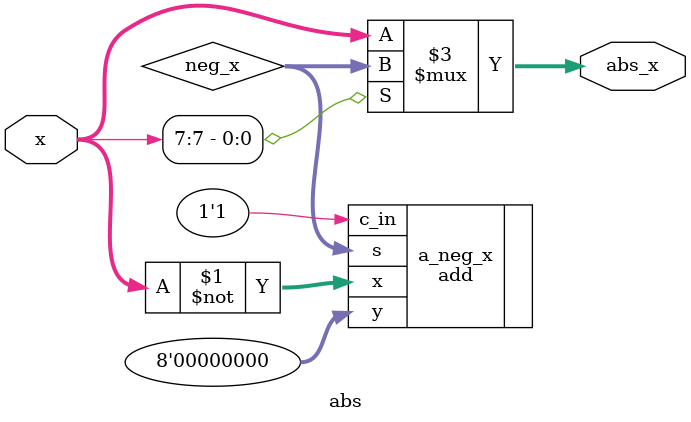
<source format=v>

module ABC (
    soc_x, eoc_x, x, soc_y, eoc_y, y, 
    dav_, rfd, z, 
    clock, reset_
);

input clock, reset_;
    input eoc_x, eoc_y, rfd;
    output soc_x, soc_y, dav_;
    input [7:0] x, y;
    output z;


    wire b4, b3, b2, b1, b0;
    wire c2, c1, c0;

    
    ParteOperativa PO(
     soc_x, eoc_x, x, soc_y, eoc_y, y, 
    dav_, rfd, z, 
    clock, reset_,
    b4, b3, b2, b1, b0,
    c2, c1, c0
);   
    ParteControllo PC (
    clock, reset_,
    b4, b3, b2, b1, b0,
    c2, c1, c0 
    );

endmodule

module ParteOperativa (
    soc_x, eoc_x, x, soc_y, eoc_y, y, 
    dav_, rfd, z, 
    clock, reset_,
    b4, b3, b2, b1, b0,
    c2, c1, c0
);   
    input clock, reset_;
    input eoc_x, eoc_y, rfd;
    output soc_x, soc_y, dav_;
    input [7:0] x, y;
    output z;

    wire result;
    IN_AREA m (
        .x(x), .y(y), .z(result)
    );


    reg SOC, DAV_;
    reg Z;
    assign soc_x = SOC;
    assign soc_y = SOC;
    assign dav_ = DAV_;
    assign z = Z;

    input  b4, b3, b2, b1, b0;
    output  c2, c1, c0;

    assign c0 = (eoc_x | eoc_y);
    assign c1 = (eoc_x & eoc_y);
    assign c2 = rfd;

    always @(reset_ == 0)#1
    SOC = 0;
    always @(posedge clock) if (reset_ == 1)  #3
    casex ({b1, b0})
      'b00:  SOC <= 1;
      'b01: SOC <= 0;
      'b1x: SOC <= SOC;
    endcase

    always @(reset_ == 0)#1
    DAV_ = 1;
    always @(posedge clock) if (reset_ == 1)  #3
    casex ({b3, b2})
      'b00:   DAV_ <= 0;
      'b01:   DAV_ <= 1;
      'b1x:   DAV_ <= DAV_;
    endcase

    always @(posedge clock) if (reset_ == 1)  #3
    casex (b4)
      'b0: Z <= Z;
      'b1: Z <= result;
    endcase
endmodule

module ParteControllo (
    clock, reset_,
    b4, b3, b2, b1, b0,
    c2, c1, c0 
);

input clock, reset_;

input c2, c1, c0;
output b4, b3, b2, b1, b0;

reg [2:0] STAR;
    
    localparam S0=0, S1=1, S2=2, S3=3; 

assign b0 = (STAR == S0)? 0 : 1;
assign b1 = (STAR == S2 || STAR == S3)? 1 : 0;

assign b2 = (STAR == S2)? 0 : 1;
assign b3 = (STAR == S0 || STAR == S1) ? 1 : 0;

assign b4 = (STAR == S1) ? 1 : 0;

always @(reset_ == 0)#1
    STAR = S0;
    always @(posedge clock) if (reset_ == 1)  #3
    casex (STAR)
      S0: STAR <= (c0 == 0)? S1 : S0;
      S1: STAR <= (c1 == 1)? S2 : S1;
      S2: STAR <= (c2 == 1)? S2 : S3;
      S3: STAR <= (~c2 == 1)? S3 : S0;
    endcase
endmodule


// u-add | b4 b3 b2 b1 b0 | ceff | u-add-t | u-add-f|
//  S0   | 0  1  1  0  0  |  0   |     01  |   00   |   
//  S1   | 1  1  1  0  1  |  1   |     10  |   01   | 
//  S2   | 0  0  0  1  1  |  2   |     10  |   11   | 
//  S3   | 0  0  1  1  1  |  2   |     11  |   00   | 


module IN_AREA(
    x, y,
    z
);
    input [7:0] x, y;
    output z;

    wire in_64, bordo_64;
    IN_QUADRATO #( .LIMITE(9'd64) ) in_quadrato_64 (
        .x(x), .y(y),
        .in(in_64), .bordo(bordo_64)
    );

    wire in_32, bordo_32;
    IN_QUADRATO #( .LIMITE(9'd32) ) in_quadrato_32 (
        .x(x), .y(y),
        .in(in_32), .bordo(bordo_32)
    );

    assign z = (in_64 & ~in_32) | bordo_64;
endmodule

// L'uscita in vale 1 se il punto è interno al quadrato, bordo escluso; l'uscita bordo vale 1 se il punto è sul bordo del quadrato
// La rete calcola il risultato valutando le espressioni |x| + |y| < LIMITE e |x| + |y| = LIMITE
// In alternativa all'uso del parameter LIMITE, si possono scrivere due reti IN_QUADRATO_32 e IN_QUADRATO_64 (sintatticamente è lo stesso)
module IN_QUADRATO(
    x, y,
    in, bordo
);
    parameter LIMITE = 9'd64;

    input [7:0] x, y;
    output in, bordo;

    wire [7:0] abs_x, abs_y;
    abs #( .N(8) ) a1 (
        .x(x), .abs_x(abs_x)
    );
    abs #( .N(8) ) a2 (
        .x(y), .abs_x(abs_y)
    );

    wire [8:0] somma;
    add #( .N(8) ) somma_abs(
        .x(abs_x), .y(abs_y), .c_in(1'B0),
        .c_out(somma[8]), .s(somma[7:0])
    );

    comp_nat #( .N(9) ) comp(
        .a(somma), .b(LIMITE),
        .min(in), .eq(bordo)
    );
endmodule

// Valore assoluto di un numero intero
// L'ingresso x e' un numero intero su N bit
// L'uscita abs_x e' un numero naturale su N bit
module abs(
    x,
    abs_x
);
    parameter N = 8;

    input [N-1:0] x;
    output [N-1:0] abs_x;

    wire [N-1:0] neg_x;
    add #( .N(N) ) a_neg_x(
        .x(~x), .y(8'B0), .c_in(1'B1),
        .s(neg_x)
    );

    assign abs_x = (x[N-1] == 1) ? neg_x : x;
endmodule
</source>
